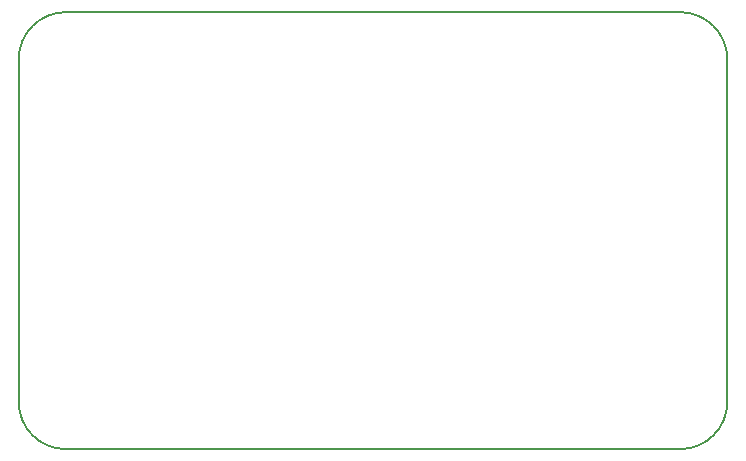
<source format=gbr>
G04 #@! TF.FileFunction,Profile,NP*
%FSLAX46Y46*%
G04 Gerber Fmt 4.6, Leading zero omitted, Abs format (unit mm)*
G04 Created by KiCad (PCBNEW 4.0.6-e0-6349~52~ubuntu16.10.1) date Wed Sep 13 22:27:02 2017*
%MOMM*%
%LPD*%
G01*
G04 APERTURE LIST*
%ADD10C,0.100000*%
%ADD11C,0.150000*%
G04 APERTURE END LIST*
D10*
D11*
X-26000000Y18500000D02*
G75*
G03X-30000000Y14500000I0J-4000000D01*
G01*
X-30000000Y-14500000D02*
G75*
G03X-26000000Y-18500000I4000000J0D01*
G01*
X26000000Y-18500000D02*
G75*
G03X30000000Y-14500000I0J4000000D01*
G01*
X30000000Y14500000D02*
G75*
G03X26000000Y18500000I-4000000J0D01*
G01*
X-30000000Y-14500000D02*
X-30000000Y14500000D01*
X26000000Y-18500000D02*
X-26000000Y-18500000D01*
X30000000Y14500000D02*
X30000000Y-14500000D01*
X-26000000Y18500000D02*
X26000000Y18500000D01*
M02*

</source>
